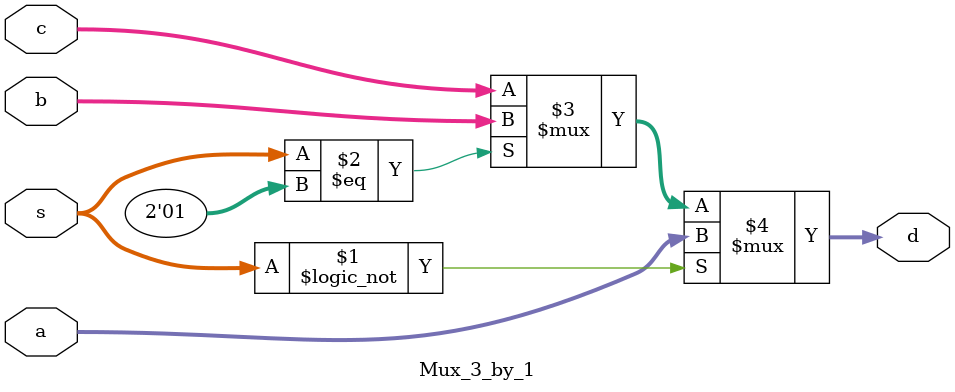
<source format=v>
module Mux_3_by_1(a, b, c, s, d);
    input [1:0] s;
    input [31:0] a, b, c;
    output [31:0] d;
    
    assign d = (s == 2'b00) ? a :
              (s == 2'b01) ? b :
              c;
endmodule

</source>
